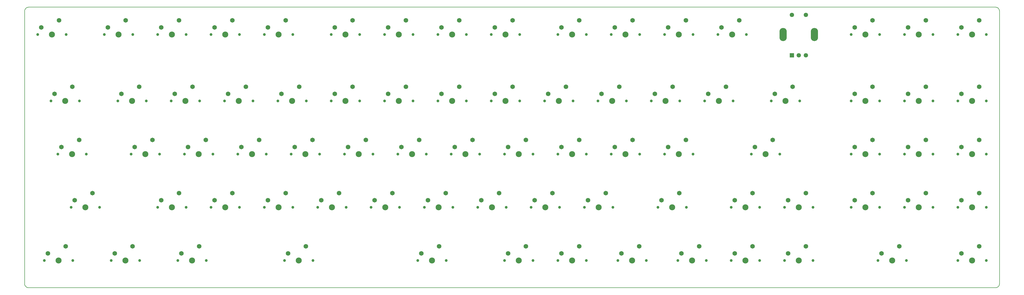
<source format=gts>
G04*
G04 #@! TF.GenerationSoftware,Altium Limited,Altium Designer,22.5.1 (42)*
G04*
G04 Layer_Color=102*
%FSLAX25Y25*%
%MOIN*%
G70*
G04*
G04 #@! TF.SameCoordinates,D7564092-BDF4-4F94-939E-E80A3CA3F4E5*
G04*
G04*
G04 #@! TF.FilePolarity,Negative*
G04*
G01*
G75*
%ADD11C,0.00787*%
%ADD13C,0.06496*%
%ADD14C,0.03941*%
%ADD15C,0.08441*%
G04:AMPARAMS|DCode=16|XSize=102.36mil|YSize=185.04mil|CornerRadius=51.18mil|HoleSize=0mil|Usage=FLASHONLY|Rotation=0.000|XOffset=0mil|YOffset=0mil|HoleType=Round|Shape=RoundedRectangle|*
%AMROUNDEDRECTD16*
21,1,0.10236,0.08268,0,0,0.0*
21,1,0.00000,0.18504,0,0,0.0*
1,1,0.10236,0.00000,-0.04134*
1,1,0.10236,0.00000,-0.04134*
1,1,0.10236,0.00000,0.04134*
1,1,0.10236,0.00000,0.04134*
%
%ADD16ROUNDEDRECTD16*%
%ADD17C,0.06102*%
%ADD18R,0.06102X0.06102*%
D11*
X1364503Y395144D02*
X1364500D01*
X1370144Y389503D02*
X1370058Y390482D01*
X1369803Y391432D01*
X1369387Y392323D01*
X1368823Y393128D01*
X1368128Y393823D01*
X1367323Y394387D01*
X1366432Y394803D01*
X1365482Y395058D01*
X1364503Y395144D01*
X1370144Y389500D02*
Y389503D01*
X1364503Y395144D02*
X1364500Y395144D01*
X1370144Y389500D02*
X1370144Y389503D01*
Y5250D02*
Y5250D01*
Y5247D02*
X1370144Y5250D01*
X1370144Y5247D02*
Y5250D01*
X1364500Y-394D02*
X1365480Y-308D01*
X1366430Y-54D01*
X1367321Y362D01*
X1368127Y926D01*
X1368822Y1621D01*
X1369387Y2426D01*
X1369803Y3318D01*
X1370058Y4267D01*
X1370144Y5247D01*
X5250Y395144D02*
X5250D01*
X5250Y395144D02*
X5247Y395144D01*
X4267Y395058D01*
X3318Y394803D01*
X2426Y394387D01*
X1621Y393822D01*
X926Y393127D01*
X362Y392321D01*
X-54Y391430D01*
X-308Y390480D01*
X-394Y389500D01*
X5250Y395144D02*
X5247D01*
X-394Y5000D02*
X-290Y3948D01*
X17Y2936D01*
X515Y2003D01*
X1186Y1186D01*
X2003Y515D01*
X2936Y17D01*
X3948Y-290D01*
X5000Y-394D01*
X5250Y395144D02*
X1364500D01*
X1370144Y5250D02*
Y389500D01*
X-394Y5000D02*
X-394Y389500D01*
X5000Y-394D02*
X1364500D01*
X5000D02*
X5000D01*
X5000D02*
X5000D01*
D13*
X1316750Y48000D02*
D03*
X1341750Y58000D02*
D03*
X1204250Y48000D02*
D03*
X1229250Y58000D02*
D03*
X1073000Y48000D02*
D03*
X1098000Y58000D02*
D03*
X998000Y48000D02*
D03*
X1023000Y58000D02*
D03*
X923000Y48000D02*
D03*
X948000Y58000D02*
D03*
X838625Y48000D02*
D03*
X863625Y58000D02*
D03*
X754250Y48000D02*
D03*
X779250Y58000D02*
D03*
X679250Y48000D02*
D03*
X704250Y58000D02*
D03*
X557375Y48000D02*
D03*
X582375Y58000D02*
D03*
X369875Y48000D02*
D03*
X394875Y58000D02*
D03*
X219875Y48000D02*
D03*
X244875Y58000D02*
D03*
X126125Y48000D02*
D03*
X151125Y58000D02*
D03*
X32375Y48000D02*
D03*
X57375Y58000D02*
D03*
X1316750Y123000D02*
D03*
X1341750Y133000D02*
D03*
X1241750Y123000D02*
D03*
X1266750Y133000D02*
D03*
X1166750Y123000D02*
D03*
X1191750Y133000D02*
D03*
X1073000Y123000D02*
D03*
X1098000Y133000D02*
D03*
X998000Y123000D02*
D03*
X1023000Y133000D02*
D03*
X894875Y123000D02*
D03*
X919875Y133000D02*
D03*
X791750Y123000D02*
D03*
X816750Y133000D02*
D03*
X716750Y123000D02*
D03*
X741750Y133000D02*
D03*
X641750Y123000D02*
D03*
X666750Y133000D02*
D03*
X566750Y123000D02*
D03*
X591750Y133000D02*
D03*
X491750Y123000D02*
D03*
X516750Y133000D02*
D03*
X416750Y123000D02*
D03*
X441750Y133000D02*
D03*
X341750Y123000D02*
D03*
X366750Y133000D02*
D03*
X266750Y123000D02*
D03*
X291750Y133000D02*
D03*
X191750Y123000D02*
D03*
X216750Y133000D02*
D03*
X69875Y123000D02*
D03*
X94875Y133000D02*
D03*
X1316750Y198000D02*
D03*
X1341750Y208000D02*
D03*
X1241750Y198000D02*
D03*
X1266750Y208000D02*
D03*
X1166750Y198000D02*
D03*
X1191750Y208000D02*
D03*
X1026125Y198000D02*
D03*
X1051125Y208000D02*
D03*
X904250Y198000D02*
D03*
X929250Y208000D02*
D03*
X829250Y198000D02*
D03*
X854250Y208000D02*
D03*
X754250Y198000D02*
D03*
X779250Y208000D02*
D03*
X679250Y198000D02*
D03*
X704250Y208000D02*
D03*
X604250Y198000D02*
D03*
X629250Y208000D02*
D03*
X529250Y198000D02*
D03*
X554250Y208000D02*
D03*
X454250Y198000D02*
D03*
X479250Y208000D02*
D03*
X379250Y198000D02*
D03*
X404250Y208000D02*
D03*
X304250Y198000D02*
D03*
X329250Y208000D02*
D03*
X229250Y198000D02*
D03*
X254250Y208000D02*
D03*
X154250Y198000D02*
D03*
X179250Y208000D02*
D03*
X51125Y198000D02*
D03*
X76125Y208000D02*
D03*
X1316750Y273000D02*
D03*
X1341750Y283000D02*
D03*
X1241750Y273000D02*
D03*
X1266750Y283000D02*
D03*
X1166750Y273000D02*
D03*
X1191750Y283000D02*
D03*
X1054250Y273000D02*
D03*
X1079250Y283000D02*
D03*
X960500Y273000D02*
D03*
X985500Y283000D02*
D03*
X885500Y273000D02*
D03*
X910500Y283000D02*
D03*
X810500Y273000D02*
D03*
X835500Y283000D02*
D03*
X735500Y273000D02*
D03*
X760500Y283000D02*
D03*
X660500Y273000D02*
D03*
X685500Y283000D02*
D03*
X585500Y273000D02*
D03*
X610500Y283000D02*
D03*
X510500Y273000D02*
D03*
X535500Y283000D02*
D03*
X435500Y273000D02*
D03*
X460500Y283000D02*
D03*
X360500Y273000D02*
D03*
X385500Y283000D02*
D03*
X285500Y273000D02*
D03*
X310500Y283000D02*
D03*
X210500Y273000D02*
D03*
X235500Y283000D02*
D03*
X135500Y273000D02*
D03*
X160500Y283000D02*
D03*
X41750Y273000D02*
D03*
X66750Y283000D02*
D03*
X1316750Y366750D02*
D03*
X1341750Y376750D02*
D03*
X1241750Y366750D02*
D03*
X1266750Y376750D02*
D03*
X1166750Y366750D02*
D03*
X1191750Y376750D02*
D03*
X979250Y366750D02*
D03*
X1004250Y376750D02*
D03*
X904250Y366750D02*
D03*
X929250Y376750D02*
D03*
X829250Y366750D02*
D03*
X854250Y376750D02*
D03*
X754250Y366750D02*
D03*
X779250Y376750D02*
D03*
X660500Y366750D02*
D03*
X685500Y376750D02*
D03*
X585500Y366750D02*
D03*
X610500Y376750D02*
D03*
X510500Y366750D02*
D03*
X535500Y376750D02*
D03*
X435500Y366750D02*
D03*
X460500Y376750D02*
D03*
X341750Y366750D02*
D03*
X366750Y376750D02*
D03*
X266750Y366750D02*
D03*
X291750Y376750D02*
D03*
X191750Y366750D02*
D03*
X216750Y376750D02*
D03*
X116750Y366750D02*
D03*
X141750Y376750D02*
D03*
X23000Y366750D02*
D03*
X48000Y376750D02*
D03*
D14*
X1351750Y38000D02*
D03*
X1311750D02*
D03*
X1239250D02*
D03*
X1199250D02*
D03*
X1108000D02*
D03*
X1068000D02*
D03*
X1033000D02*
D03*
X993000D02*
D03*
X958000D02*
D03*
X918000D02*
D03*
X873625D02*
D03*
X833625D02*
D03*
X789250D02*
D03*
X749250D02*
D03*
X714250D02*
D03*
X674250D02*
D03*
X592375D02*
D03*
X552375D02*
D03*
X404875D02*
D03*
X364875D02*
D03*
X254875D02*
D03*
X214875D02*
D03*
X161125D02*
D03*
X121125D02*
D03*
X67375D02*
D03*
X27375D02*
D03*
X1351750Y113000D02*
D03*
X1311750D02*
D03*
X1276750D02*
D03*
X1236750D02*
D03*
X1201750D02*
D03*
X1161750D02*
D03*
X1108000D02*
D03*
X1068000D02*
D03*
X1033000D02*
D03*
X993000D02*
D03*
X929875D02*
D03*
X889875D02*
D03*
X826750D02*
D03*
X786750D02*
D03*
X751750D02*
D03*
X711750D02*
D03*
X676750D02*
D03*
X636750D02*
D03*
X601750D02*
D03*
X561750D02*
D03*
X526750D02*
D03*
X486750D02*
D03*
X451750D02*
D03*
X411750D02*
D03*
X376750D02*
D03*
X336750D02*
D03*
X301750D02*
D03*
X261750D02*
D03*
X226750D02*
D03*
X186750D02*
D03*
X104875D02*
D03*
X64875D02*
D03*
X1351750Y188000D02*
D03*
X1311750D02*
D03*
X1276750D02*
D03*
X1236750D02*
D03*
X1201750D02*
D03*
X1161750D02*
D03*
X1061125D02*
D03*
X1021125D02*
D03*
X939250D02*
D03*
X899250D02*
D03*
X864250D02*
D03*
X824250D02*
D03*
X789250D02*
D03*
X749250D02*
D03*
X714250D02*
D03*
X674250D02*
D03*
X639250D02*
D03*
X599250D02*
D03*
X564250D02*
D03*
X524250D02*
D03*
X489250D02*
D03*
X449250D02*
D03*
X414250D02*
D03*
X374250D02*
D03*
X339250D02*
D03*
X299250D02*
D03*
X264250D02*
D03*
X224250D02*
D03*
X189250D02*
D03*
X149250D02*
D03*
X86125D02*
D03*
X46125D02*
D03*
X1351750Y263000D02*
D03*
X1311750D02*
D03*
X1276750D02*
D03*
X1236750D02*
D03*
X1201750D02*
D03*
X1161750D02*
D03*
X1089250D02*
D03*
X1049250D02*
D03*
X995500D02*
D03*
X955500D02*
D03*
X920500D02*
D03*
X880500D02*
D03*
X845500D02*
D03*
X805500D02*
D03*
X770500D02*
D03*
X730500D02*
D03*
X695500D02*
D03*
X655500D02*
D03*
X620500D02*
D03*
X580500D02*
D03*
X545500D02*
D03*
X505500D02*
D03*
X470500D02*
D03*
X430500D02*
D03*
X395500D02*
D03*
X355500D02*
D03*
X320500D02*
D03*
X280500D02*
D03*
X245500D02*
D03*
X205500D02*
D03*
X170500D02*
D03*
X130500D02*
D03*
X76750D02*
D03*
X36750D02*
D03*
X1351750Y356750D02*
D03*
X1311750D02*
D03*
X1276750D02*
D03*
X1236750D02*
D03*
X1201750D02*
D03*
X1161750D02*
D03*
X1014250D02*
D03*
X974250D02*
D03*
X939250D02*
D03*
X899250D02*
D03*
X864250D02*
D03*
X824250D02*
D03*
X789250D02*
D03*
X749250D02*
D03*
X695500D02*
D03*
X655500D02*
D03*
X620500D02*
D03*
X580500D02*
D03*
X545500D02*
D03*
X505500D02*
D03*
X470500D02*
D03*
X430500D02*
D03*
X376750D02*
D03*
X336750D02*
D03*
X301750D02*
D03*
X261750D02*
D03*
X226750D02*
D03*
X186750D02*
D03*
X151750D02*
D03*
X111750D02*
D03*
X58000D02*
D03*
X18000D02*
D03*
D15*
X1331750Y38000D02*
D03*
X1219250D02*
D03*
X1088000D02*
D03*
X1013000D02*
D03*
X938000D02*
D03*
X853625D02*
D03*
X769250D02*
D03*
X694250D02*
D03*
X572375D02*
D03*
X384875D02*
D03*
X234875D02*
D03*
X141125D02*
D03*
X47375D02*
D03*
X1331750Y113000D02*
D03*
X1256750D02*
D03*
X1181750D02*
D03*
X1088000D02*
D03*
X1013000D02*
D03*
X909875D02*
D03*
X806750D02*
D03*
X731750D02*
D03*
X656750D02*
D03*
X581750D02*
D03*
X506750D02*
D03*
X431750D02*
D03*
X356750D02*
D03*
X281750D02*
D03*
X206750D02*
D03*
X84875D02*
D03*
X1331750Y188000D02*
D03*
X1256750D02*
D03*
X1181750D02*
D03*
X1041125D02*
D03*
X919250D02*
D03*
X844250D02*
D03*
X769250D02*
D03*
X694250D02*
D03*
X619250D02*
D03*
X544250D02*
D03*
X469250D02*
D03*
X394250D02*
D03*
X319250D02*
D03*
X244250D02*
D03*
X169250D02*
D03*
X66125D02*
D03*
X1331750Y263000D02*
D03*
X1256750D02*
D03*
X1181750D02*
D03*
X1069250D02*
D03*
X975500D02*
D03*
X900500D02*
D03*
X825500D02*
D03*
X750500D02*
D03*
X675500D02*
D03*
X600500D02*
D03*
X525500D02*
D03*
X450500D02*
D03*
X375500D02*
D03*
X300500D02*
D03*
X225500D02*
D03*
X150500D02*
D03*
X56750D02*
D03*
X1331750Y356750D02*
D03*
X1256750D02*
D03*
X1181750D02*
D03*
X994250D02*
D03*
X919250D02*
D03*
X844250D02*
D03*
X769250D02*
D03*
X675500D02*
D03*
X600500D02*
D03*
X525500D02*
D03*
X450500D02*
D03*
X356750D02*
D03*
X281750D02*
D03*
X206750D02*
D03*
X131750D02*
D03*
X38000D02*
D03*
D16*
X1110047D02*
D03*
X1065953D02*
D03*
D17*
X1097843Y327222D02*
D03*
X1088000D02*
D03*
X1097843Y384309D02*
D03*
X1078158D02*
D03*
D18*
Y327222D02*
D03*
M02*

</source>
